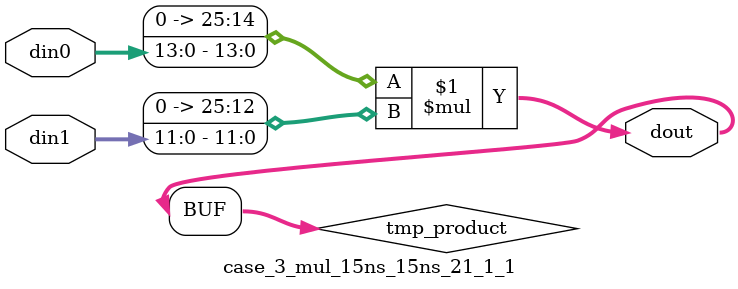
<source format=v>

`timescale 1 ns / 1 ps

 (* use_dsp = "no" *)  module case_3_mul_15ns_15ns_21_1_1(din0, din1, dout);
parameter ID = 1;
parameter NUM_STAGE = 0;
parameter din0_WIDTH = 14;
parameter din1_WIDTH = 12;
parameter dout_WIDTH = 26;

input [din0_WIDTH - 1 : 0] din0; 
input [din1_WIDTH - 1 : 0] din1; 
output [dout_WIDTH - 1 : 0] dout;

wire signed [dout_WIDTH - 1 : 0] tmp_product;
























assign tmp_product = $signed({1'b0, din0}) * $signed({1'b0, din1});











assign dout = tmp_product;





















endmodule

</source>
